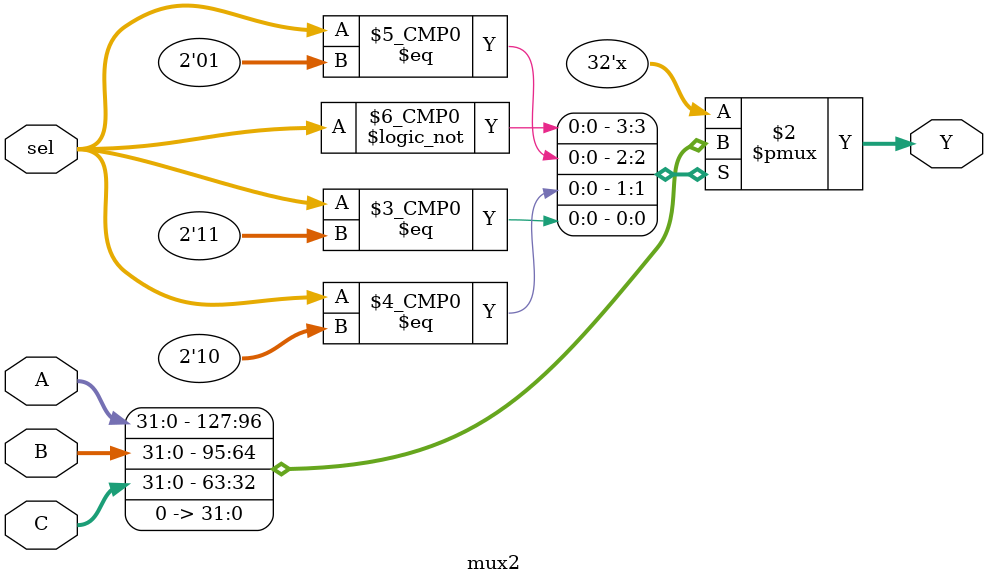
<source format=v>
module mux2(
 input [1:0]sel,
 input [31:0]A, B, C,
 output reg [31:0]Y
 );
 
 always @(*)
  begin 
   case(sel)
    2'b00: Y = A;
    2'b01: Y = B;
    2'b10: Y = C;
    2'b11: Y = 32'd0;
   endcase
  end

endmodule

/*module mux2_tb();
 reg [1:0]sel;
 reg [31:0]A, B, C;
 wire [31:0]Y;
 mux2 m1(.sel(sel),.A(A), .B(B), .C(C),.Y(Y));
 initial 
  begin 
   A=32'd20;
   B=32'd30;
   C=32'd40;
   sel = 2'b00;
   #10 sel = 2'b01;
   #10 sel = 2'b10;
   #10 sel = 2'b11;

  end
endmodule*/

</source>
